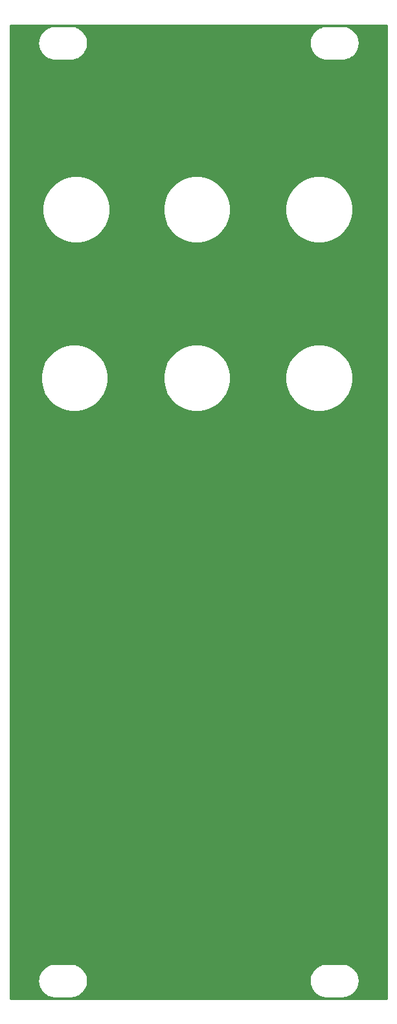
<source format=gbr>
G04 #@! TF.GenerationSoftware,KiCad,Pcbnew,(5.1.5-0)*
G04 #@! TF.CreationDate,2021-01-12T22:26:57-08:00*
G04 #@! TF.ProjectId,feague,66656167-7565-42e6-9b69-6361645f7063,rev?*
G04 #@! TF.SameCoordinates,Original*
G04 #@! TF.FileFunction,Copper,L2,Bot*
G04 #@! TF.FilePolarity,Positive*
%FSLAX46Y46*%
G04 Gerber Fmt 4.6, Leading zero omitted, Abs format (unit mm)*
G04 Created by KiCad (PCBNEW (5.1.5-0)) date 2021-01-12 22:26:57*
%MOMM*%
%LPD*%
G04 APERTURE LIST*
%ADD10C,6.400000*%
%ADD11C,5.100000*%
%ADD12C,6.100000*%
%ADD13C,0.254000*%
G04 APERTURE END LIST*
D10*
X112750000Y-98750000D03*
D11*
X131750000Y-103750000D03*
X141750000Y-93750000D03*
X131750000Y-93750000D03*
X141750000Y-103750000D03*
D12*
X142750000Y-134750000D03*
X130750000Y-134750000D03*
X118750000Y-134750000D03*
X106750000Y-134750000D03*
X106750000Y-118750000D03*
X118750000Y-118750000D03*
X142750000Y-118750000D03*
X130750000Y-118750000D03*
D13*
G36*
X149840001Y-157840000D02*
G01*
X100660000Y-157840000D01*
X100660000Y-155451353D01*
X104242755Y-155451353D01*
X104243173Y-155511171D01*
X104242755Y-155570988D01*
X104243655Y-155580160D01*
X104276296Y-155890715D01*
X104288320Y-155949291D01*
X104299532Y-156008070D01*
X104302196Y-156016892D01*
X104394535Y-156315192D01*
X104417715Y-156370335D01*
X104440124Y-156425800D01*
X104444451Y-156433937D01*
X104592972Y-156708621D01*
X104626417Y-156758205D01*
X104659177Y-156808268D01*
X104665001Y-156815409D01*
X104864047Y-157056013D01*
X104906482Y-157098154D01*
X104948346Y-157140903D01*
X104955446Y-157146777D01*
X105197435Y-157344138D01*
X105247259Y-157377241D01*
X105296615Y-157411036D01*
X105304721Y-157415419D01*
X105580435Y-157562019D01*
X105635704Y-157584799D01*
X105690724Y-157608381D01*
X105699527Y-157611105D01*
X105998465Y-157701359D01*
X106057138Y-157712976D01*
X106115655Y-157725415D01*
X106124820Y-157726378D01*
X106435594Y-157756850D01*
X106435598Y-157756850D01*
X106467581Y-157760000D01*
X108532419Y-157760000D01*
X108565986Y-157756694D01*
X108586744Y-157756694D01*
X108595909Y-157755731D01*
X108906228Y-157720923D01*
X108964731Y-157708487D01*
X109023419Y-157696867D01*
X109032222Y-157694142D01*
X109329870Y-157599723D01*
X109384792Y-157576183D01*
X109440159Y-157553363D01*
X109448265Y-157548979D01*
X109721904Y-157398544D01*
X109771217Y-157364779D01*
X109821088Y-157331645D01*
X109828188Y-157325770D01*
X110067397Y-157125049D01*
X110109241Y-157082320D01*
X110151694Y-157040162D01*
X110157519Y-157033020D01*
X110353185Y-156789660D01*
X110385938Y-156739608D01*
X110419391Y-156690013D01*
X110423714Y-156681881D01*
X110423717Y-156681877D01*
X110423719Y-156681873D01*
X110568388Y-156405146D01*
X110590785Y-156349711D01*
X110613978Y-156294539D01*
X110616641Y-156285717D01*
X110704807Y-155986156D01*
X110716007Y-155927440D01*
X110728045Y-155868798D01*
X110728944Y-155859627D01*
X110757245Y-155548647D01*
X110756827Y-155488829D01*
X110757088Y-155451353D01*
X139742755Y-155451353D01*
X139743173Y-155511171D01*
X139742755Y-155570988D01*
X139743655Y-155580160D01*
X139776296Y-155890715D01*
X139788320Y-155949291D01*
X139799532Y-156008070D01*
X139802196Y-156016892D01*
X139894535Y-156315192D01*
X139917715Y-156370335D01*
X139940124Y-156425800D01*
X139944451Y-156433937D01*
X140092972Y-156708621D01*
X140126417Y-156758205D01*
X140159177Y-156808268D01*
X140165001Y-156815409D01*
X140364047Y-157056013D01*
X140406482Y-157098154D01*
X140448346Y-157140903D01*
X140455446Y-157146777D01*
X140697435Y-157344138D01*
X140747259Y-157377241D01*
X140796615Y-157411036D01*
X140804721Y-157415419D01*
X141080435Y-157562019D01*
X141135704Y-157584799D01*
X141190724Y-157608381D01*
X141199527Y-157611105D01*
X141498465Y-157701359D01*
X141557138Y-157712976D01*
X141615655Y-157725415D01*
X141624820Y-157726378D01*
X141935594Y-157756850D01*
X141935598Y-157756850D01*
X141967581Y-157760000D01*
X144032419Y-157760000D01*
X144065986Y-157756694D01*
X144086744Y-157756694D01*
X144095909Y-157755731D01*
X144406228Y-157720923D01*
X144464731Y-157708487D01*
X144523419Y-157696867D01*
X144532222Y-157694142D01*
X144829870Y-157599723D01*
X144884792Y-157576183D01*
X144940159Y-157553363D01*
X144948265Y-157548979D01*
X145221904Y-157398544D01*
X145271217Y-157364779D01*
X145321088Y-157331645D01*
X145328188Y-157325770D01*
X145567397Y-157125049D01*
X145609241Y-157082320D01*
X145651694Y-157040162D01*
X145657519Y-157033020D01*
X145853185Y-156789660D01*
X145885938Y-156739608D01*
X145919391Y-156690013D01*
X145923714Y-156681881D01*
X145923717Y-156681877D01*
X145923719Y-156681873D01*
X146068388Y-156405146D01*
X146090785Y-156349711D01*
X146113978Y-156294539D01*
X146116641Y-156285717D01*
X146204807Y-155986156D01*
X146216007Y-155927440D01*
X146228045Y-155868798D01*
X146228944Y-155859627D01*
X146257245Y-155548647D01*
X146256827Y-155488829D01*
X146257245Y-155429012D01*
X146256345Y-155419841D01*
X146223704Y-155109285D01*
X146211680Y-155050709D01*
X146200468Y-154991930D01*
X146197804Y-154983108D01*
X146105465Y-154684808D01*
X146082280Y-154629653D01*
X146059876Y-154574200D01*
X146055549Y-154566064D01*
X146055549Y-154566063D01*
X146055546Y-154566059D01*
X145907028Y-154291379D01*
X145873583Y-154241795D01*
X145840823Y-154191732D01*
X145834999Y-154184591D01*
X145635954Y-153943987D01*
X145593535Y-153901863D01*
X145551655Y-153859097D01*
X145544554Y-153853223D01*
X145302565Y-153655862D01*
X145252741Y-153622759D01*
X145203385Y-153588964D01*
X145195279Y-153584581D01*
X144919566Y-153437981D01*
X144864269Y-153415189D01*
X144809275Y-153391619D01*
X144800472Y-153388895D01*
X144501535Y-153298641D01*
X144442862Y-153287024D01*
X144384345Y-153274585D01*
X144375180Y-153273622D01*
X144064405Y-153243150D01*
X144064402Y-153243150D01*
X144032419Y-153240000D01*
X141967581Y-153240000D01*
X141934014Y-153243306D01*
X141913256Y-153243306D01*
X141904091Y-153244269D01*
X141593771Y-153279077D01*
X141535298Y-153291506D01*
X141476581Y-153303132D01*
X141467778Y-153305858D01*
X141170130Y-153400277D01*
X141115147Y-153423843D01*
X141059841Y-153446638D01*
X141051735Y-153451021D01*
X140778095Y-153601456D01*
X140728748Y-153635245D01*
X140678913Y-153668355D01*
X140671812Y-153674229D01*
X140432603Y-153874951D01*
X140390759Y-153917681D01*
X140348305Y-153959839D01*
X140342481Y-153966980D01*
X140146814Y-154210340D01*
X140114055Y-154260400D01*
X140080609Y-154309986D01*
X140076283Y-154318123D01*
X139931612Y-154594854D01*
X139909215Y-154650289D01*
X139886022Y-154705461D01*
X139883359Y-154714283D01*
X139795193Y-155013844D01*
X139783993Y-155072560D01*
X139771955Y-155131202D01*
X139771056Y-155140373D01*
X139742755Y-155451353D01*
X110757088Y-155451353D01*
X110757245Y-155429012D01*
X110756345Y-155419841D01*
X110723704Y-155109285D01*
X110711680Y-155050709D01*
X110700468Y-154991930D01*
X110697804Y-154983108D01*
X110605465Y-154684808D01*
X110582280Y-154629653D01*
X110559876Y-154574200D01*
X110555549Y-154566064D01*
X110555549Y-154566063D01*
X110555546Y-154566059D01*
X110407028Y-154291379D01*
X110373583Y-154241795D01*
X110340823Y-154191732D01*
X110334999Y-154184591D01*
X110135954Y-153943987D01*
X110093535Y-153901863D01*
X110051655Y-153859097D01*
X110044554Y-153853223D01*
X109802565Y-153655862D01*
X109752741Y-153622759D01*
X109703385Y-153588964D01*
X109695279Y-153584581D01*
X109419566Y-153437981D01*
X109364269Y-153415189D01*
X109309275Y-153391619D01*
X109300472Y-153388895D01*
X109001535Y-153298641D01*
X108942862Y-153287024D01*
X108884345Y-153274585D01*
X108875180Y-153273622D01*
X108564405Y-153243150D01*
X108564402Y-153243150D01*
X108532419Y-153240000D01*
X106467581Y-153240000D01*
X106434014Y-153243306D01*
X106413256Y-153243306D01*
X106404091Y-153244269D01*
X106093771Y-153279077D01*
X106035298Y-153291506D01*
X105976581Y-153303132D01*
X105967778Y-153305858D01*
X105670130Y-153400277D01*
X105615147Y-153423843D01*
X105559841Y-153446638D01*
X105551735Y-153451021D01*
X105278095Y-153601456D01*
X105228748Y-153635245D01*
X105178913Y-153668355D01*
X105171812Y-153674229D01*
X104932603Y-153874951D01*
X104890759Y-153917681D01*
X104848305Y-153959839D01*
X104842481Y-153966980D01*
X104646814Y-154210340D01*
X104614055Y-154260400D01*
X104580609Y-154309986D01*
X104576283Y-154318123D01*
X104431612Y-154594854D01*
X104409215Y-154650289D01*
X104386022Y-154705461D01*
X104383359Y-154714283D01*
X104295193Y-155013844D01*
X104283993Y-155072560D01*
X104271955Y-155131202D01*
X104271056Y-155140373D01*
X104242755Y-155451353D01*
X100660000Y-155451353D01*
X100660000Y-76315784D01*
X104591332Y-76315784D01*
X104591332Y-77184216D01*
X104760754Y-78035961D01*
X105093089Y-78838288D01*
X105575564Y-79560362D01*
X106189638Y-80174436D01*
X106911712Y-80656911D01*
X107714039Y-80989246D01*
X108565784Y-81158668D01*
X109434216Y-81158668D01*
X110285961Y-80989246D01*
X111088288Y-80656911D01*
X111810362Y-80174436D01*
X112424436Y-79560362D01*
X112906911Y-78838288D01*
X113239246Y-78035961D01*
X113408668Y-77184216D01*
X113408668Y-76315784D01*
X120591332Y-76315784D01*
X120591332Y-77184216D01*
X120760754Y-78035961D01*
X121093089Y-78838288D01*
X121575564Y-79560362D01*
X122189638Y-80174436D01*
X122911712Y-80656911D01*
X123714039Y-80989246D01*
X124565784Y-81158668D01*
X125434216Y-81158668D01*
X126285961Y-80989246D01*
X127088288Y-80656911D01*
X127810362Y-80174436D01*
X128424436Y-79560362D01*
X128906911Y-78838288D01*
X129239246Y-78035961D01*
X129408668Y-77184216D01*
X129408668Y-76315784D01*
X136591332Y-76315784D01*
X136591332Y-77184216D01*
X136760754Y-78035961D01*
X137093089Y-78838288D01*
X137575564Y-79560362D01*
X138189638Y-80174436D01*
X138911712Y-80656911D01*
X139714039Y-80989246D01*
X140565784Y-81158668D01*
X141434216Y-81158668D01*
X142285961Y-80989246D01*
X143088288Y-80656911D01*
X143810362Y-80174436D01*
X144424436Y-79560362D01*
X144906911Y-78838288D01*
X145239246Y-78035961D01*
X145408668Y-77184216D01*
X145408668Y-76315784D01*
X145239246Y-75464039D01*
X144906911Y-74661712D01*
X144424436Y-73939638D01*
X143810362Y-73325564D01*
X143088288Y-72843089D01*
X142285961Y-72510754D01*
X141434216Y-72341332D01*
X140565784Y-72341332D01*
X139714039Y-72510754D01*
X138911712Y-72843089D01*
X138189638Y-73325564D01*
X137575564Y-73939638D01*
X137093089Y-74661712D01*
X136760754Y-75464039D01*
X136591332Y-76315784D01*
X129408668Y-76315784D01*
X129239246Y-75464039D01*
X128906911Y-74661712D01*
X128424436Y-73939638D01*
X127810362Y-73325564D01*
X127088288Y-72843089D01*
X126285961Y-72510754D01*
X125434216Y-72341332D01*
X124565784Y-72341332D01*
X123714039Y-72510754D01*
X122911712Y-72843089D01*
X122189638Y-73325564D01*
X121575564Y-73939638D01*
X121093089Y-74661712D01*
X120760754Y-75464039D01*
X120591332Y-76315784D01*
X113408668Y-76315784D01*
X113239246Y-75464039D01*
X112906911Y-74661712D01*
X112424436Y-73939638D01*
X111810362Y-73325564D01*
X111088288Y-72843089D01*
X110285961Y-72510754D01*
X109434216Y-72341332D01*
X108565784Y-72341332D01*
X107714039Y-72510754D01*
X106911712Y-72843089D01*
X106189638Y-73325564D01*
X105575564Y-73939638D01*
X105093089Y-74661712D01*
X104760754Y-75464039D01*
X104591332Y-76315784D01*
X100660000Y-76315784D01*
X100660000Y-54315784D01*
X104841332Y-54315784D01*
X104841332Y-55184216D01*
X105010754Y-56035961D01*
X105343089Y-56838288D01*
X105825564Y-57560362D01*
X106439638Y-58174436D01*
X107161712Y-58656911D01*
X107964039Y-58989246D01*
X108815784Y-59158668D01*
X109684216Y-59158668D01*
X110535961Y-58989246D01*
X111338288Y-58656911D01*
X112060362Y-58174436D01*
X112674436Y-57560362D01*
X113156911Y-56838288D01*
X113489246Y-56035961D01*
X113658668Y-55184216D01*
X113658668Y-54315784D01*
X120591332Y-54315784D01*
X120591332Y-55184216D01*
X120760754Y-56035961D01*
X121093089Y-56838288D01*
X121575564Y-57560362D01*
X122189638Y-58174436D01*
X122911712Y-58656911D01*
X123714039Y-58989246D01*
X124565784Y-59158668D01*
X125434216Y-59158668D01*
X126285961Y-58989246D01*
X127088288Y-58656911D01*
X127810362Y-58174436D01*
X128424436Y-57560362D01*
X128906911Y-56838288D01*
X129239246Y-56035961D01*
X129408668Y-55184216D01*
X129408668Y-54315784D01*
X136591332Y-54315784D01*
X136591332Y-55184216D01*
X136760754Y-56035961D01*
X137093089Y-56838288D01*
X137575564Y-57560362D01*
X138189638Y-58174436D01*
X138911712Y-58656911D01*
X139714039Y-58989246D01*
X140565784Y-59158668D01*
X141434216Y-59158668D01*
X142285961Y-58989246D01*
X143088288Y-58656911D01*
X143810362Y-58174436D01*
X144424436Y-57560362D01*
X144906911Y-56838288D01*
X145239246Y-56035961D01*
X145408668Y-55184216D01*
X145408668Y-54315784D01*
X145239246Y-53464039D01*
X144906911Y-52661712D01*
X144424436Y-51939638D01*
X143810362Y-51325564D01*
X143088288Y-50843089D01*
X142285961Y-50510754D01*
X141434216Y-50341332D01*
X140565784Y-50341332D01*
X139714039Y-50510754D01*
X138911712Y-50843089D01*
X138189638Y-51325564D01*
X137575564Y-51939638D01*
X137093089Y-52661712D01*
X136760754Y-53464039D01*
X136591332Y-54315784D01*
X129408668Y-54315784D01*
X129239246Y-53464039D01*
X128906911Y-52661712D01*
X128424436Y-51939638D01*
X127810362Y-51325564D01*
X127088288Y-50843089D01*
X126285961Y-50510754D01*
X125434216Y-50341332D01*
X124565784Y-50341332D01*
X123714039Y-50510754D01*
X122911712Y-50843089D01*
X122189638Y-51325564D01*
X121575564Y-51939638D01*
X121093089Y-52661712D01*
X120760754Y-53464039D01*
X120591332Y-54315784D01*
X113658668Y-54315784D01*
X113489246Y-53464039D01*
X113156911Y-52661712D01*
X112674436Y-51939638D01*
X112060362Y-51325564D01*
X111338288Y-50843089D01*
X110535961Y-50510754D01*
X109684216Y-50341332D01*
X108815784Y-50341332D01*
X107964039Y-50510754D01*
X107161712Y-50843089D01*
X106439638Y-51325564D01*
X105825564Y-51939638D01*
X105343089Y-52661712D01*
X105010754Y-53464039D01*
X104841332Y-54315784D01*
X100660000Y-54315784D01*
X100660000Y-32951353D01*
X104242755Y-32951353D01*
X104243173Y-33011171D01*
X104242755Y-33070988D01*
X104243655Y-33080160D01*
X104276296Y-33390715D01*
X104288320Y-33449291D01*
X104299532Y-33508070D01*
X104302196Y-33516892D01*
X104394535Y-33815192D01*
X104417715Y-33870335D01*
X104440124Y-33925800D01*
X104444451Y-33933937D01*
X104592972Y-34208621D01*
X104626417Y-34258205D01*
X104659177Y-34308268D01*
X104665001Y-34315409D01*
X104864047Y-34556013D01*
X104906482Y-34598154D01*
X104948346Y-34640903D01*
X104955446Y-34646777D01*
X105197435Y-34844138D01*
X105247259Y-34877241D01*
X105296615Y-34911036D01*
X105304721Y-34915419D01*
X105580435Y-35062019D01*
X105635704Y-35084799D01*
X105690724Y-35108381D01*
X105699527Y-35111105D01*
X105998465Y-35201359D01*
X106057138Y-35212976D01*
X106115655Y-35225415D01*
X106124820Y-35226378D01*
X106435594Y-35256850D01*
X106435598Y-35256850D01*
X106467581Y-35260000D01*
X108532419Y-35260000D01*
X108565986Y-35256694D01*
X108586744Y-35256694D01*
X108595909Y-35255731D01*
X108906228Y-35220923D01*
X108964731Y-35208487D01*
X109023419Y-35196867D01*
X109032222Y-35194142D01*
X109329870Y-35099723D01*
X109384792Y-35076183D01*
X109440159Y-35053363D01*
X109448265Y-35048979D01*
X109721904Y-34898544D01*
X109771217Y-34864779D01*
X109821088Y-34831645D01*
X109828188Y-34825770D01*
X110067397Y-34625049D01*
X110109241Y-34582320D01*
X110151694Y-34540162D01*
X110157519Y-34533020D01*
X110353185Y-34289660D01*
X110385938Y-34239608D01*
X110419391Y-34190013D01*
X110423714Y-34181881D01*
X110423717Y-34181877D01*
X110423719Y-34181873D01*
X110568388Y-33905146D01*
X110590785Y-33849711D01*
X110613978Y-33794539D01*
X110616641Y-33785717D01*
X110704807Y-33486156D01*
X110716007Y-33427440D01*
X110728045Y-33368798D01*
X110728944Y-33359627D01*
X110757245Y-33048647D01*
X110756827Y-32988829D01*
X110757088Y-32951353D01*
X139742755Y-32951353D01*
X139743173Y-33011171D01*
X139742755Y-33070988D01*
X139743655Y-33080160D01*
X139776296Y-33390715D01*
X139788320Y-33449291D01*
X139799532Y-33508070D01*
X139802196Y-33516892D01*
X139894535Y-33815192D01*
X139917715Y-33870335D01*
X139940124Y-33925800D01*
X139944451Y-33933937D01*
X140092972Y-34208621D01*
X140126417Y-34258205D01*
X140159177Y-34308268D01*
X140165001Y-34315409D01*
X140364047Y-34556013D01*
X140406482Y-34598154D01*
X140448346Y-34640903D01*
X140455446Y-34646777D01*
X140697435Y-34844138D01*
X140747259Y-34877241D01*
X140796615Y-34911036D01*
X140804721Y-34915419D01*
X141080435Y-35062019D01*
X141135704Y-35084799D01*
X141190724Y-35108381D01*
X141199527Y-35111105D01*
X141498465Y-35201359D01*
X141557138Y-35212976D01*
X141615655Y-35225415D01*
X141624820Y-35226378D01*
X141935594Y-35256850D01*
X141935598Y-35256850D01*
X141967581Y-35260000D01*
X144032419Y-35260000D01*
X144065986Y-35256694D01*
X144086744Y-35256694D01*
X144095909Y-35255731D01*
X144406228Y-35220923D01*
X144464731Y-35208487D01*
X144523419Y-35196867D01*
X144532222Y-35194142D01*
X144829870Y-35099723D01*
X144884792Y-35076183D01*
X144940159Y-35053363D01*
X144948265Y-35048979D01*
X145221904Y-34898544D01*
X145271217Y-34864779D01*
X145321088Y-34831645D01*
X145328188Y-34825770D01*
X145567397Y-34625049D01*
X145609241Y-34582320D01*
X145651694Y-34540162D01*
X145657519Y-34533020D01*
X145853185Y-34289660D01*
X145885938Y-34239608D01*
X145919391Y-34190013D01*
X145923714Y-34181881D01*
X145923717Y-34181877D01*
X145923719Y-34181873D01*
X146068388Y-33905146D01*
X146090785Y-33849711D01*
X146113978Y-33794539D01*
X146116641Y-33785717D01*
X146204807Y-33486156D01*
X146216007Y-33427440D01*
X146228045Y-33368798D01*
X146228944Y-33359627D01*
X146257245Y-33048647D01*
X146256827Y-32988830D01*
X146257245Y-32929012D01*
X146256345Y-32919841D01*
X146223704Y-32609285D01*
X146211680Y-32550709D01*
X146200468Y-32491930D01*
X146197804Y-32483108D01*
X146105465Y-32184808D01*
X146082280Y-32129653D01*
X146059876Y-32074200D01*
X146055549Y-32066064D01*
X146055549Y-32066063D01*
X146055546Y-32066059D01*
X145907028Y-31791379D01*
X145873583Y-31741795D01*
X145840823Y-31691732D01*
X145834999Y-31684591D01*
X145635954Y-31443987D01*
X145593535Y-31401863D01*
X145551655Y-31359097D01*
X145544554Y-31353223D01*
X145302565Y-31155862D01*
X145252741Y-31122759D01*
X145203385Y-31088964D01*
X145195279Y-31084581D01*
X144919566Y-30937981D01*
X144864269Y-30915189D01*
X144809275Y-30891619D01*
X144800472Y-30888895D01*
X144501535Y-30798641D01*
X144442862Y-30787024D01*
X144384345Y-30774585D01*
X144375180Y-30773622D01*
X144064405Y-30743150D01*
X144064402Y-30743150D01*
X144032419Y-30740000D01*
X141967581Y-30740000D01*
X141934014Y-30743306D01*
X141913256Y-30743306D01*
X141904091Y-30744269D01*
X141593771Y-30779077D01*
X141535298Y-30791506D01*
X141476581Y-30803132D01*
X141467778Y-30805858D01*
X141170130Y-30900277D01*
X141115147Y-30923843D01*
X141059841Y-30946638D01*
X141051735Y-30951021D01*
X140778095Y-31101456D01*
X140728748Y-31135245D01*
X140678913Y-31168355D01*
X140671812Y-31174229D01*
X140432603Y-31374951D01*
X140390759Y-31417681D01*
X140348305Y-31459839D01*
X140342481Y-31466980D01*
X140146814Y-31710340D01*
X140114055Y-31760400D01*
X140080609Y-31809986D01*
X140076283Y-31818123D01*
X139931612Y-32094854D01*
X139909215Y-32150289D01*
X139886022Y-32205461D01*
X139883359Y-32214283D01*
X139795193Y-32513844D01*
X139783993Y-32572560D01*
X139771955Y-32631202D01*
X139771056Y-32640373D01*
X139742755Y-32951353D01*
X110757088Y-32951353D01*
X110757245Y-32929012D01*
X110756345Y-32919841D01*
X110723704Y-32609285D01*
X110711680Y-32550709D01*
X110700468Y-32491930D01*
X110697804Y-32483108D01*
X110605465Y-32184808D01*
X110582280Y-32129653D01*
X110559876Y-32074200D01*
X110555549Y-32066064D01*
X110555549Y-32066063D01*
X110555546Y-32066059D01*
X110407028Y-31791379D01*
X110373583Y-31741795D01*
X110340823Y-31691732D01*
X110334999Y-31684591D01*
X110135954Y-31443987D01*
X110093535Y-31401863D01*
X110051655Y-31359097D01*
X110044554Y-31353223D01*
X109802565Y-31155862D01*
X109752741Y-31122759D01*
X109703385Y-31088964D01*
X109695279Y-31084581D01*
X109419566Y-30937981D01*
X109364269Y-30915189D01*
X109309275Y-30891619D01*
X109300472Y-30888895D01*
X109001535Y-30798641D01*
X108942862Y-30787024D01*
X108884345Y-30774585D01*
X108875180Y-30773622D01*
X108564405Y-30743150D01*
X108564402Y-30743150D01*
X108532419Y-30740000D01*
X106467581Y-30740000D01*
X106434014Y-30743306D01*
X106413256Y-30743306D01*
X106404091Y-30744269D01*
X106093771Y-30779077D01*
X106035298Y-30791506D01*
X105976581Y-30803132D01*
X105967778Y-30805858D01*
X105670130Y-30900277D01*
X105615147Y-30923843D01*
X105559841Y-30946638D01*
X105551735Y-30951021D01*
X105278095Y-31101456D01*
X105228748Y-31135245D01*
X105178913Y-31168355D01*
X105171812Y-31174229D01*
X104932603Y-31374951D01*
X104890759Y-31417681D01*
X104848305Y-31459839D01*
X104842481Y-31466980D01*
X104646814Y-31710340D01*
X104614055Y-31760400D01*
X104580609Y-31809986D01*
X104576283Y-31818123D01*
X104431612Y-32094854D01*
X104409215Y-32150289D01*
X104386022Y-32205461D01*
X104383359Y-32214283D01*
X104295193Y-32513844D01*
X104283993Y-32572560D01*
X104271955Y-32631202D01*
X104271056Y-32640373D01*
X104242755Y-32951353D01*
X100660000Y-32951353D01*
X100660000Y-30660000D01*
X149840000Y-30660000D01*
X149840001Y-157840000D01*
G37*
X149840001Y-157840000D02*
X100660000Y-157840000D01*
X100660000Y-155451353D01*
X104242755Y-155451353D01*
X104243173Y-155511171D01*
X104242755Y-155570988D01*
X104243655Y-155580160D01*
X104276296Y-155890715D01*
X104288320Y-155949291D01*
X104299532Y-156008070D01*
X104302196Y-156016892D01*
X104394535Y-156315192D01*
X104417715Y-156370335D01*
X104440124Y-156425800D01*
X104444451Y-156433937D01*
X104592972Y-156708621D01*
X104626417Y-156758205D01*
X104659177Y-156808268D01*
X104665001Y-156815409D01*
X104864047Y-157056013D01*
X104906482Y-157098154D01*
X104948346Y-157140903D01*
X104955446Y-157146777D01*
X105197435Y-157344138D01*
X105247259Y-157377241D01*
X105296615Y-157411036D01*
X105304721Y-157415419D01*
X105580435Y-157562019D01*
X105635704Y-157584799D01*
X105690724Y-157608381D01*
X105699527Y-157611105D01*
X105998465Y-157701359D01*
X106057138Y-157712976D01*
X106115655Y-157725415D01*
X106124820Y-157726378D01*
X106435594Y-157756850D01*
X106435598Y-157756850D01*
X106467581Y-157760000D01*
X108532419Y-157760000D01*
X108565986Y-157756694D01*
X108586744Y-157756694D01*
X108595909Y-157755731D01*
X108906228Y-157720923D01*
X108964731Y-157708487D01*
X109023419Y-157696867D01*
X109032222Y-157694142D01*
X109329870Y-157599723D01*
X109384792Y-157576183D01*
X109440159Y-157553363D01*
X109448265Y-157548979D01*
X109721904Y-157398544D01*
X109771217Y-157364779D01*
X109821088Y-157331645D01*
X109828188Y-157325770D01*
X110067397Y-157125049D01*
X110109241Y-157082320D01*
X110151694Y-157040162D01*
X110157519Y-157033020D01*
X110353185Y-156789660D01*
X110385938Y-156739608D01*
X110419391Y-156690013D01*
X110423714Y-156681881D01*
X110423717Y-156681877D01*
X110423719Y-156681873D01*
X110568388Y-156405146D01*
X110590785Y-156349711D01*
X110613978Y-156294539D01*
X110616641Y-156285717D01*
X110704807Y-155986156D01*
X110716007Y-155927440D01*
X110728045Y-155868798D01*
X110728944Y-155859627D01*
X110757245Y-155548647D01*
X110756827Y-155488829D01*
X110757088Y-155451353D01*
X139742755Y-155451353D01*
X139743173Y-155511171D01*
X139742755Y-155570988D01*
X139743655Y-155580160D01*
X139776296Y-155890715D01*
X139788320Y-155949291D01*
X139799532Y-156008070D01*
X139802196Y-156016892D01*
X139894535Y-156315192D01*
X139917715Y-156370335D01*
X139940124Y-156425800D01*
X139944451Y-156433937D01*
X140092972Y-156708621D01*
X140126417Y-156758205D01*
X140159177Y-156808268D01*
X140165001Y-156815409D01*
X140364047Y-157056013D01*
X140406482Y-157098154D01*
X140448346Y-157140903D01*
X140455446Y-157146777D01*
X140697435Y-157344138D01*
X140747259Y-157377241D01*
X140796615Y-157411036D01*
X140804721Y-157415419D01*
X141080435Y-157562019D01*
X141135704Y-157584799D01*
X141190724Y-157608381D01*
X141199527Y-157611105D01*
X141498465Y-157701359D01*
X141557138Y-157712976D01*
X141615655Y-157725415D01*
X141624820Y-157726378D01*
X141935594Y-157756850D01*
X141935598Y-157756850D01*
X141967581Y-157760000D01*
X144032419Y-157760000D01*
X144065986Y-157756694D01*
X144086744Y-157756694D01*
X144095909Y-157755731D01*
X144406228Y-157720923D01*
X144464731Y-157708487D01*
X144523419Y-157696867D01*
X144532222Y-157694142D01*
X144829870Y-157599723D01*
X144884792Y-157576183D01*
X144940159Y-157553363D01*
X144948265Y-157548979D01*
X145221904Y-157398544D01*
X145271217Y-157364779D01*
X145321088Y-157331645D01*
X145328188Y-157325770D01*
X145567397Y-157125049D01*
X145609241Y-157082320D01*
X145651694Y-157040162D01*
X145657519Y-157033020D01*
X145853185Y-156789660D01*
X145885938Y-156739608D01*
X145919391Y-156690013D01*
X145923714Y-156681881D01*
X145923717Y-156681877D01*
X145923719Y-156681873D01*
X146068388Y-156405146D01*
X146090785Y-156349711D01*
X146113978Y-156294539D01*
X146116641Y-156285717D01*
X146204807Y-155986156D01*
X146216007Y-155927440D01*
X146228045Y-155868798D01*
X146228944Y-155859627D01*
X146257245Y-155548647D01*
X146256827Y-155488829D01*
X146257245Y-155429012D01*
X146256345Y-155419841D01*
X146223704Y-155109285D01*
X146211680Y-155050709D01*
X146200468Y-154991930D01*
X146197804Y-154983108D01*
X146105465Y-154684808D01*
X146082280Y-154629653D01*
X146059876Y-154574200D01*
X146055549Y-154566064D01*
X146055549Y-154566063D01*
X146055546Y-154566059D01*
X145907028Y-154291379D01*
X145873583Y-154241795D01*
X145840823Y-154191732D01*
X145834999Y-154184591D01*
X145635954Y-153943987D01*
X145593535Y-153901863D01*
X145551655Y-153859097D01*
X145544554Y-153853223D01*
X145302565Y-153655862D01*
X145252741Y-153622759D01*
X145203385Y-153588964D01*
X145195279Y-153584581D01*
X144919566Y-153437981D01*
X144864269Y-153415189D01*
X144809275Y-153391619D01*
X144800472Y-153388895D01*
X144501535Y-153298641D01*
X144442862Y-153287024D01*
X144384345Y-153274585D01*
X144375180Y-153273622D01*
X144064405Y-153243150D01*
X144064402Y-153243150D01*
X144032419Y-153240000D01*
X141967581Y-153240000D01*
X141934014Y-153243306D01*
X141913256Y-153243306D01*
X141904091Y-153244269D01*
X141593771Y-153279077D01*
X141535298Y-153291506D01*
X141476581Y-153303132D01*
X141467778Y-153305858D01*
X141170130Y-153400277D01*
X141115147Y-153423843D01*
X141059841Y-153446638D01*
X141051735Y-153451021D01*
X140778095Y-153601456D01*
X140728748Y-153635245D01*
X140678913Y-153668355D01*
X140671812Y-153674229D01*
X140432603Y-153874951D01*
X140390759Y-153917681D01*
X140348305Y-153959839D01*
X140342481Y-153966980D01*
X140146814Y-154210340D01*
X140114055Y-154260400D01*
X140080609Y-154309986D01*
X140076283Y-154318123D01*
X139931612Y-154594854D01*
X139909215Y-154650289D01*
X139886022Y-154705461D01*
X139883359Y-154714283D01*
X139795193Y-155013844D01*
X139783993Y-155072560D01*
X139771955Y-155131202D01*
X139771056Y-155140373D01*
X139742755Y-155451353D01*
X110757088Y-155451353D01*
X110757245Y-155429012D01*
X110756345Y-155419841D01*
X110723704Y-155109285D01*
X110711680Y-155050709D01*
X110700468Y-154991930D01*
X110697804Y-154983108D01*
X110605465Y-154684808D01*
X110582280Y-154629653D01*
X110559876Y-154574200D01*
X110555549Y-154566064D01*
X110555549Y-154566063D01*
X110555546Y-154566059D01*
X110407028Y-154291379D01*
X110373583Y-154241795D01*
X110340823Y-154191732D01*
X110334999Y-154184591D01*
X110135954Y-153943987D01*
X110093535Y-153901863D01*
X110051655Y-153859097D01*
X110044554Y-153853223D01*
X109802565Y-153655862D01*
X109752741Y-153622759D01*
X109703385Y-153588964D01*
X109695279Y-153584581D01*
X109419566Y-153437981D01*
X109364269Y-153415189D01*
X109309275Y-153391619D01*
X109300472Y-153388895D01*
X109001535Y-153298641D01*
X108942862Y-153287024D01*
X108884345Y-153274585D01*
X108875180Y-153273622D01*
X108564405Y-153243150D01*
X108564402Y-153243150D01*
X108532419Y-153240000D01*
X106467581Y-153240000D01*
X106434014Y-153243306D01*
X106413256Y-153243306D01*
X106404091Y-153244269D01*
X106093771Y-153279077D01*
X106035298Y-153291506D01*
X105976581Y-153303132D01*
X105967778Y-153305858D01*
X105670130Y-153400277D01*
X105615147Y-153423843D01*
X105559841Y-153446638D01*
X105551735Y-153451021D01*
X105278095Y-153601456D01*
X105228748Y-153635245D01*
X105178913Y-153668355D01*
X105171812Y-153674229D01*
X104932603Y-153874951D01*
X104890759Y-153917681D01*
X104848305Y-153959839D01*
X104842481Y-153966980D01*
X104646814Y-154210340D01*
X104614055Y-154260400D01*
X104580609Y-154309986D01*
X104576283Y-154318123D01*
X104431612Y-154594854D01*
X104409215Y-154650289D01*
X104386022Y-154705461D01*
X104383359Y-154714283D01*
X104295193Y-155013844D01*
X104283993Y-155072560D01*
X104271955Y-155131202D01*
X104271056Y-155140373D01*
X104242755Y-155451353D01*
X100660000Y-155451353D01*
X100660000Y-76315784D01*
X104591332Y-76315784D01*
X104591332Y-77184216D01*
X104760754Y-78035961D01*
X105093089Y-78838288D01*
X105575564Y-79560362D01*
X106189638Y-80174436D01*
X106911712Y-80656911D01*
X107714039Y-80989246D01*
X108565784Y-81158668D01*
X109434216Y-81158668D01*
X110285961Y-80989246D01*
X111088288Y-80656911D01*
X111810362Y-80174436D01*
X112424436Y-79560362D01*
X112906911Y-78838288D01*
X113239246Y-78035961D01*
X113408668Y-77184216D01*
X113408668Y-76315784D01*
X120591332Y-76315784D01*
X120591332Y-77184216D01*
X120760754Y-78035961D01*
X121093089Y-78838288D01*
X121575564Y-79560362D01*
X122189638Y-80174436D01*
X122911712Y-80656911D01*
X123714039Y-80989246D01*
X124565784Y-81158668D01*
X125434216Y-81158668D01*
X126285961Y-80989246D01*
X127088288Y-80656911D01*
X127810362Y-80174436D01*
X128424436Y-79560362D01*
X128906911Y-78838288D01*
X129239246Y-78035961D01*
X129408668Y-77184216D01*
X129408668Y-76315784D01*
X136591332Y-76315784D01*
X136591332Y-77184216D01*
X136760754Y-78035961D01*
X137093089Y-78838288D01*
X137575564Y-79560362D01*
X138189638Y-80174436D01*
X138911712Y-80656911D01*
X139714039Y-80989246D01*
X140565784Y-81158668D01*
X141434216Y-81158668D01*
X142285961Y-80989246D01*
X143088288Y-80656911D01*
X143810362Y-80174436D01*
X144424436Y-79560362D01*
X144906911Y-78838288D01*
X145239246Y-78035961D01*
X145408668Y-77184216D01*
X145408668Y-76315784D01*
X145239246Y-75464039D01*
X144906911Y-74661712D01*
X144424436Y-73939638D01*
X143810362Y-73325564D01*
X143088288Y-72843089D01*
X142285961Y-72510754D01*
X141434216Y-72341332D01*
X140565784Y-72341332D01*
X139714039Y-72510754D01*
X138911712Y-72843089D01*
X138189638Y-73325564D01*
X137575564Y-73939638D01*
X137093089Y-74661712D01*
X136760754Y-75464039D01*
X136591332Y-76315784D01*
X129408668Y-76315784D01*
X129239246Y-75464039D01*
X128906911Y-74661712D01*
X128424436Y-73939638D01*
X127810362Y-73325564D01*
X127088288Y-72843089D01*
X126285961Y-72510754D01*
X125434216Y-72341332D01*
X124565784Y-72341332D01*
X123714039Y-72510754D01*
X122911712Y-72843089D01*
X122189638Y-73325564D01*
X121575564Y-73939638D01*
X121093089Y-74661712D01*
X120760754Y-75464039D01*
X120591332Y-76315784D01*
X113408668Y-76315784D01*
X113239246Y-75464039D01*
X112906911Y-74661712D01*
X112424436Y-73939638D01*
X111810362Y-73325564D01*
X111088288Y-72843089D01*
X110285961Y-72510754D01*
X109434216Y-72341332D01*
X108565784Y-72341332D01*
X107714039Y-72510754D01*
X106911712Y-72843089D01*
X106189638Y-73325564D01*
X105575564Y-73939638D01*
X105093089Y-74661712D01*
X104760754Y-75464039D01*
X104591332Y-76315784D01*
X100660000Y-76315784D01*
X100660000Y-54315784D01*
X104841332Y-54315784D01*
X104841332Y-55184216D01*
X105010754Y-56035961D01*
X105343089Y-56838288D01*
X105825564Y-57560362D01*
X106439638Y-58174436D01*
X107161712Y-58656911D01*
X107964039Y-58989246D01*
X108815784Y-59158668D01*
X109684216Y-59158668D01*
X110535961Y-58989246D01*
X111338288Y-58656911D01*
X112060362Y-58174436D01*
X112674436Y-57560362D01*
X113156911Y-56838288D01*
X113489246Y-56035961D01*
X113658668Y-55184216D01*
X113658668Y-54315784D01*
X120591332Y-54315784D01*
X120591332Y-55184216D01*
X120760754Y-56035961D01*
X121093089Y-56838288D01*
X121575564Y-57560362D01*
X122189638Y-58174436D01*
X122911712Y-58656911D01*
X123714039Y-58989246D01*
X124565784Y-59158668D01*
X125434216Y-59158668D01*
X126285961Y-58989246D01*
X127088288Y-58656911D01*
X127810362Y-58174436D01*
X128424436Y-57560362D01*
X128906911Y-56838288D01*
X129239246Y-56035961D01*
X129408668Y-55184216D01*
X129408668Y-54315784D01*
X136591332Y-54315784D01*
X136591332Y-55184216D01*
X136760754Y-56035961D01*
X137093089Y-56838288D01*
X137575564Y-57560362D01*
X138189638Y-58174436D01*
X138911712Y-58656911D01*
X139714039Y-58989246D01*
X140565784Y-59158668D01*
X141434216Y-59158668D01*
X142285961Y-58989246D01*
X143088288Y-58656911D01*
X143810362Y-58174436D01*
X144424436Y-57560362D01*
X144906911Y-56838288D01*
X145239246Y-56035961D01*
X145408668Y-55184216D01*
X145408668Y-54315784D01*
X145239246Y-53464039D01*
X144906911Y-52661712D01*
X144424436Y-51939638D01*
X143810362Y-51325564D01*
X143088288Y-50843089D01*
X142285961Y-50510754D01*
X141434216Y-50341332D01*
X140565784Y-50341332D01*
X139714039Y-50510754D01*
X138911712Y-50843089D01*
X138189638Y-51325564D01*
X137575564Y-51939638D01*
X137093089Y-52661712D01*
X136760754Y-53464039D01*
X136591332Y-54315784D01*
X129408668Y-54315784D01*
X129239246Y-53464039D01*
X128906911Y-52661712D01*
X128424436Y-51939638D01*
X127810362Y-51325564D01*
X127088288Y-50843089D01*
X126285961Y-50510754D01*
X125434216Y-50341332D01*
X124565784Y-50341332D01*
X123714039Y-50510754D01*
X122911712Y-50843089D01*
X122189638Y-51325564D01*
X121575564Y-51939638D01*
X121093089Y-52661712D01*
X120760754Y-53464039D01*
X120591332Y-54315784D01*
X113658668Y-54315784D01*
X113489246Y-53464039D01*
X113156911Y-52661712D01*
X112674436Y-51939638D01*
X112060362Y-51325564D01*
X111338288Y-50843089D01*
X110535961Y-50510754D01*
X109684216Y-50341332D01*
X108815784Y-50341332D01*
X107964039Y-50510754D01*
X107161712Y-50843089D01*
X106439638Y-51325564D01*
X105825564Y-51939638D01*
X105343089Y-52661712D01*
X105010754Y-53464039D01*
X104841332Y-54315784D01*
X100660000Y-54315784D01*
X100660000Y-32951353D01*
X104242755Y-32951353D01*
X104243173Y-33011171D01*
X104242755Y-33070988D01*
X104243655Y-33080160D01*
X104276296Y-33390715D01*
X104288320Y-33449291D01*
X104299532Y-33508070D01*
X104302196Y-33516892D01*
X104394535Y-33815192D01*
X104417715Y-33870335D01*
X104440124Y-33925800D01*
X104444451Y-33933937D01*
X104592972Y-34208621D01*
X104626417Y-34258205D01*
X104659177Y-34308268D01*
X104665001Y-34315409D01*
X104864047Y-34556013D01*
X104906482Y-34598154D01*
X104948346Y-34640903D01*
X104955446Y-34646777D01*
X105197435Y-34844138D01*
X105247259Y-34877241D01*
X105296615Y-34911036D01*
X105304721Y-34915419D01*
X105580435Y-35062019D01*
X105635704Y-35084799D01*
X105690724Y-35108381D01*
X105699527Y-35111105D01*
X105998465Y-35201359D01*
X106057138Y-35212976D01*
X106115655Y-35225415D01*
X106124820Y-35226378D01*
X106435594Y-35256850D01*
X106435598Y-35256850D01*
X106467581Y-35260000D01*
X108532419Y-35260000D01*
X108565986Y-35256694D01*
X108586744Y-35256694D01*
X108595909Y-35255731D01*
X108906228Y-35220923D01*
X108964731Y-35208487D01*
X109023419Y-35196867D01*
X109032222Y-35194142D01*
X109329870Y-35099723D01*
X109384792Y-35076183D01*
X109440159Y-35053363D01*
X109448265Y-35048979D01*
X109721904Y-34898544D01*
X109771217Y-34864779D01*
X109821088Y-34831645D01*
X109828188Y-34825770D01*
X110067397Y-34625049D01*
X110109241Y-34582320D01*
X110151694Y-34540162D01*
X110157519Y-34533020D01*
X110353185Y-34289660D01*
X110385938Y-34239608D01*
X110419391Y-34190013D01*
X110423714Y-34181881D01*
X110423717Y-34181877D01*
X110423719Y-34181873D01*
X110568388Y-33905146D01*
X110590785Y-33849711D01*
X110613978Y-33794539D01*
X110616641Y-33785717D01*
X110704807Y-33486156D01*
X110716007Y-33427440D01*
X110728045Y-33368798D01*
X110728944Y-33359627D01*
X110757245Y-33048647D01*
X110756827Y-32988829D01*
X110757088Y-32951353D01*
X139742755Y-32951353D01*
X139743173Y-33011171D01*
X139742755Y-33070988D01*
X139743655Y-33080160D01*
X139776296Y-33390715D01*
X139788320Y-33449291D01*
X139799532Y-33508070D01*
X139802196Y-33516892D01*
X139894535Y-33815192D01*
X139917715Y-33870335D01*
X139940124Y-33925800D01*
X139944451Y-33933937D01*
X140092972Y-34208621D01*
X140126417Y-34258205D01*
X140159177Y-34308268D01*
X140165001Y-34315409D01*
X140364047Y-34556013D01*
X140406482Y-34598154D01*
X140448346Y-34640903D01*
X140455446Y-34646777D01*
X140697435Y-34844138D01*
X140747259Y-34877241D01*
X140796615Y-34911036D01*
X140804721Y-34915419D01*
X141080435Y-35062019D01*
X141135704Y-35084799D01*
X141190724Y-35108381D01*
X141199527Y-35111105D01*
X141498465Y-35201359D01*
X141557138Y-35212976D01*
X141615655Y-35225415D01*
X141624820Y-35226378D01*
X141935594Y-35256850D01*
X141935598Y-35256850D01*
X141967581Y-35260000D01*
X144032419Y-35260000D01*
X144065986Y-35256694D01*
X144086744Y-35256694D01*
X144095909Y-35255731D01*
X144406228Y-35220923D01*
X144464731Y-35208487D01*
X144523419Y-35196867D01*
X144532222Y-35194142D01*
X144829870Y-35099723D01*
X144884792Y-35076183D01*
X144940159Y-35053363D01*
X144948265Y-35048979D01*
X145221904Y-34898544D01*
X145271217Y-34864779D01*
X145321088Y-34831645D01*
X145328188Y-34825770D01*
X145567397Y-34625049D01*
X145609241Y-34582320D01*
X145651694Y-34540162D01*
X145657519Y-34533020D01*
X145853185Y-34289660D01*
X145885938Y-34239608D01*
X145919391Y-34190013D01*
X145923714Y-34181881D01*
X145923717Y-34181877D01*
X145923719Y-34181873D01*
X146068388Y-33905146D01*
X146090785Y-33849711D01*
X146113978Y-33794539D01*
X146116641Y-33785717D01*
X146204807Y-33486156D01*
X146216007Y-33427440D01*
X146228045Y-33368798D01*
X146228944Y-33359627D01*
X146257245Y-33048647D01*
X146256827Y-32988830D01*
X146257245Y-32929012D01*
X146256345Y-32919841D01*
X146223704Y-32609285D01*
X146211680Y-32550709D01*
X146200468Y-32491930D01*
X146197804Y-32483108D01*
X146105465Y-32184808D01*
X146082280Y-32129653D01*
X146059876Y-32074200D01*
X146055549Y-32066064D01*
X146055549Y-32066063D01*
X146055546Y-32066059D01*
X145907028Y-31791379D01*
X145873583Y-31741795D01*
X145840823Y-31691732D01*
X145834999Y-31684591D01*
X145635954Y-31443987D01*
X145593535Y-31401863D01*
X145551655Y-31359097D01*
X145544554Y-31353223D01*
X145302565Y-31155862D01*
X145252741Y-31122759D01*
X145203385Y-31088964D01*
X145195279Y-31084581D01*
X144919566Y-30937981D01*
X144864269Y-30915189D01*
X144809275Y-30891619D01*
X144800472Y-30888895D01*
X144501535Y-30798641D01*
X144442862Y-30787024D01*
X144384345Y-30774585D01*
X144375180Y-30773622D01*
X144064405Y-30743150D01*
X144064402Y-30743150D01*
X144032419Y-30740000D01*
X141967581Y-30740000D01*
X141934014Y-30743306D01*
X141913256Y-30743306D01*
X141904091Y-30744269D01*
X141593771Y-30779077D01*
X141535298Y-30791506D01*
X141476581Y-30803132D01*
X141467778Y-30805858D01*
X141170130Y-30900277D01*
X141115147Y-30923843D01*
X141059841Y-30946638D01*
X141051735Y-30951021D01*
X140778095Y-31101456D01*
X140728748Y-31135245D01*
X140678913Y-31168355D01*
X140671812Y-31174229D01*
X140432603Y-31374951D01*
X140390759Y-31417681D01*
X140348305Y-31459839D01*
X140342481Y-31466980D01*
X140146814Y-31710340D01*
X140114055Y-31760400D01*
X140080609Y-31809986D01*
X140076283Y-31818123D01*
X139931612Y-32094854D01*
X139909215Y-32150289D01*
X139886022Y-32205461D01*
X139883359Y-32214283D01*
X139795193Y-32513844D01*
X139783993Y-32572560D01*
X139771955Y-32631202D01*
X139771056Y-32640373D01*
X139742755Y-32951353D01*
X110757088Y-32951353D01*
X110757245Y-32929012D01*
X110756345Y-32919841D01*
X110723704Y-32609285D01*
X110711680Y-32550709D01*
X110700468Y-32491930D01*
X110697804Y-32483108D01*
X110605465Y-32184808D01*
X110582280Y-32129653D01*
X110559876Y-32074200D01*
X110555549Y-32066064D01*
X110555549Y-32066063D01*
X110555546Y-32066059D01*
X110407028Y-31791379D01*
X110373583Y-31741795D01*
X110340823Y-31691732D01*
X110334999Y-31684591D01*
X110135954Y-31443987D01*
X110093535Y-31401863D01*
X110051655Y-31359097D01*
X110044554Y-31353223D01*
X109802565Y-31155862D01*
X109752741Y-31122759D01*
X109703385Y-31088964D01*
X109695279Y-31084581D01*
X109419566Y-30937981D01*
X109364269Y-30915189D01*
X109309275Y-30891619D01*
X109300472Y-30888895D01*
X109001535Y-30798641D01*
X108942862Y-30787024D01*
X108884345Y-30774585D01*
X108875180Y-30773622D01*
X108564405Y-30743150D01*
X108564402Y-30743150D01*
X108532419Y-30740000D01*
X106467581Y-30740000D01*
X106434014Y-30743306D01*
X106413256Y-30743306D01*
X106404091Y-30744269D01*
X106093771Y-30779077D01*
X106035298Y-30791506D01*
X105976581Y-30803132D01*
X105967778Y-30805858D01*
X105670130Y-30900277D01*
X105615147Y-30923843D01*
X105559841Y-30946638D01*
X105551735Y-30951021D01*
X105278095Y-31101456D01*
X105228748Y-31135245D01*
X105178913Y-31168355D01*
X105171812Y-31174229D01*
X104932603Y-31374951D01*
X104890759Y-31417681D01*
X104848305Y-31459839D01*
X104842481Y-31466980D01*
X104646814Y-31710340D01*
X104614055Y-31760400D01*
X104580609Y-31809986D01*
X104576283Y-31818123D01*
X104431612Y-32094854D01*
X104409215Y-32150289D01*
X104386022Y-32205461D01*
X104383359Y-32214283D01*
X104295193Y-32513844D01*
X104283993Y-32572560D01*
X104271955Y-32631202D01*
X104271056Y-32640373D01*
X104242755Y-32951353D01*
X100660000Y-32951353D01*
X100660000Y-30660000D01*
X149840000Y-30660000D01*
X149840001Y-157840000D01*
M02*

</source>
